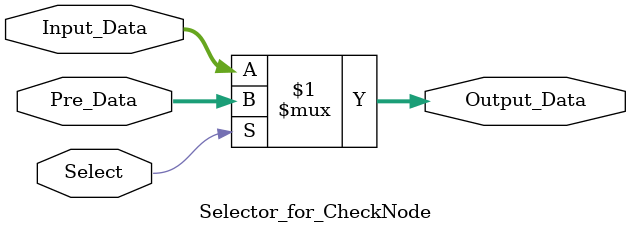
<source format=v>
`timescale 1ns / 1ps
module Selector_for_CheckNode(
	 input [Width:0] Pre_Data,
    input [Width:0] Input_Data,
    input Select,
    output [Width:0] Output_Data
    );
	 
	/*²ÎÊý¶¨Òå*/ 
	parameter Width = 5;
	/*²ÎÊý¶¨Òå*/ 
	
	assign Output_Data = (Select) ? Pre_Data : Input_Data;
	

endmodule

</source>
